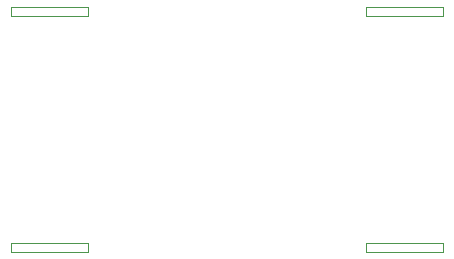
<source format=gbr>
G04*
G04 #@! TF.GenerationSoftware,Altium Limited,Altium Designer,24.9.1 (31)*
G04*
G04 Layer_Color=32896*
%FSLAX25Y25*%
%MOIN*%
G70*
G04*
G04 #@! TF.SameCoordinates,BE83DA22-E0C5-4DDF-BF2C-7847B46FCBB1*
G04*
G04*
G04 #@! TF.FilePolarity,Positive*
G04*
G01*
G75*
%ADD14C,0.00394*%
D14*
X144685Y18110D02*
X170276D01*
X144685D02*
Y21260D01*
X170276D01*
Y18110D02*
Y21260D01*
Y96850D02*
Y100000D01*
X144685D02*
X170276D01*
X144685Y96850D02*
Y100000D01*
Y96850D02*
X170276D01*
X288386D02*
Y100000D01*
X262795D02*
X288386D01*
X262795Y96850D02*
Y100000D01*
Y96850D02*
X288386D01*
Y18110D02*
Y21260D01*
X262795D02*
X288386D01*
X262795Y18110D02*
Y21260D01*
Y18110D02*
X288386D01*
M02*

</source>
